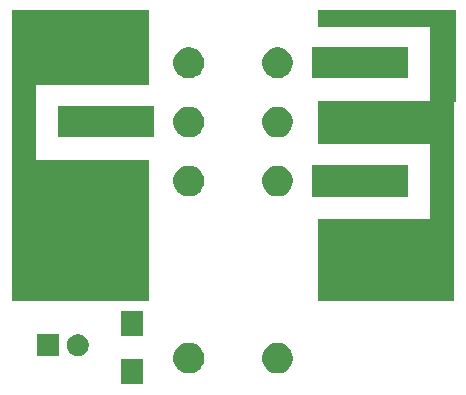
<source format=gbr>
%TF.GenerationSoftware,KiCad,Pcbnew,(5.1.4)-1*%
%TF.CreationDate,2020-02-28T23:00:37+08:00*%
%TF.ProjectId,Relay,52656c61-792e-46b6-9963-61645f706362,rev?*%
%TF.SameCoordinates,Original*%
%TF.FileFunction,Soldermask,Top*%
%TF.FilePolarity,Negative*%
%FSLAX46Y46*%
G04 Gerber Fmt 4.6, Leading zero omitted, Abs format (unit mm)*
G04 Created by KiCad (PCBNEW (5.1.4)-1) date 2020-02-28 23:00:37*
%MOMM*%
%LPD*%
G04 APERTURE LIST*
%ADD10C,0.100000*%
%ADD11C,0.350000*%
G04 APERTURE END LIST*
D10*
G36*
X102500000Y-47200000D02*
G01*
X100400000Y-47200000D01*
X100400000Y-40900000D01*
X90900000Y-40900000D01*
X90900000Y-39500000D01*
X102500000Y-39500000D01*
X102500000Y-47200000D01*
G37*
X102500000Y-47200000D02*
X100400000Y-47200000D01*
X100400000Y-40900000D01*
X90900000Y-40900000D01*
X90900000Y-39500000D01*
X102500000Y-39500000D01*
X102500000Y-47200000D01*
G36*
X102400000Y-64100000D02*
G01*
X90900000Y-64100000D01*
X90900000Y-57200000D01*
X100400000Y-57200000D01*
X100400000Y-50800000D01*
X90900000Y-50800000D01*
X90900000Y-47200000D01*
X102400000Y-47200000D01*
X102400000Y-64100000D01*
G37*
X102400000Y-64100000D02*
X90900000Y-64100000D01*
X90900000Y-57200000D01*
X100400000Y-57200000D01*
X100400000Y-50800000D01*
X90900000Y-50800000D01*
X90900000Y-47200000D01*
X102400000Y-47200000D01*
X102400000Y-64100000D01*
G36*
X76500000Y-45800000D02*
G01*
X67000000Y-45800000D01*
X67000000Y-52200000D01*
X76500000Y-52200000D01*
X76500000Y-64100000D01*
X65000000Y-64100000D01*
X65000000Y-39500000D01*
X76500000Y-39500000D01*
X76500000Y-45800000D01*
G37*
X76500000Y-45800000D02*
X67000000Y-45800000D01*
X67000000Y-52200000D01*
X76500000Y-52200000D01*
X76500000Y-64100000D01*
X65000000Y-64100000D01*
X65000000Y-39500000D01*
X76500000Y-39500000D01*
X76500000Y-45800000D01*
D11*
G36*
X76151000Y-71151000D02*
G01*
X74249000Y-71151000D01*
X74249000Y-69049000D01*
X76151000Y-69049000D01*
X76151000Y-71151000D01*
X76151000Y-71151000D01*
G37*
G36*
X87879487Y-67748996D02*
G01*
X88116253Y-67847068D01*
X88116255Y-67847069D01*
X88329339Y-67989447D01*
X88510553Y-68170661D01*
X88652932Y-68383747D01*
X88751004Y-68620513D01*
X88801000Y-68871861D01*
X88801000Y-69128139D01*
X88751004Y-69379487D01*
X88652932Y-69616253D01*
X88652931Y-69616255D01*
X88510553Y-69829339D01*
X88329339Y-70010553D01*
X88116255Y-70152931D01*
X88116254Y-70152932D01*
X88116253Y-70152932D01*
X87879487Y-70251004D01*
X87628139Y-70301000D01*
X87371861Y-70301000D01*
X87120513Y-70251004D01*
X86883747Y-70152932D01*
X86883746Y-70152932D01*
X86883745Y-70152931D01*
X86670661Y-70010553D01*
X86489447Y-69829339D01*
X86347069Y-69616255D01*
X86347068Y-69616253D01*
X86248996Y-69379487D01*
X86199000Y-69128139D01*
X86199000Y-68871861D01*
X86248996Y-68620513D01*
X86347068Y-68383747D01*
X86489447Y-68170661D01*
X86670661Y-67989447D01*
X86883745Y-67847069D01*
X86883747Y-67847068D01*
X87120513Y-67748996D01*
X87371861Y-67699000D01*
X87628139Y-67699000D01*
X87879487Y-67748996D01*
X87879487Y-67748996D01*
G37*
G36*
X80379487Y-67748996D02*
G01*
X80616253Y-67847068D01*
X80616255Y-67847069D01*
X80829339Y-67989447D01*
X81010553Y-68170661D01*
X81152932Y-68383747D01*
X81251004Y-68620513D01*
X81301000Y-68871861D01*
X81301000Y-69128139D01*
X81251004Y-69379487D01*
X81152932Y-69616253D01*
X81152931Y-69616255D01*
X81010553Y-69829339D01*
X80829339Y-70010553D01*
X80616255Y-70152931D01*
X80616254Y-70152932D01*
X80616253Y-70152932D01*
X80379487Y-70251004D01*
X80128139Y-70301000D01*
X79871861Y-70301000D01*
X79620513Y-70251004D01*
X79383747Y-70152932D01*
X79383746Y-70152932D01*
X79383745Y-70152931D01*
X79170661Y-70010553D01*
X78989447Y-69829339D01*
X78847069Y-69616255D01*
X78847068Y-69616253D01*
X78748996Y-69379487D01*
X78699000Y-69128139D01*
X78699000Y-68871861D01*
X78748996Y-68620513D01*
X78847068Y-68383747D01*
X78989447Y-68170661D01*
X79170661Y-67989447D01*
X79383745Y-67847069D01*
X79383747Y-67847068D01*
X79620513Y-67748996D01*
X79871861Y-67699000D01*
X80128139Y-67699000D01*
X80379487Y-67748996D01*
X80379487Y-67748996D01*
G37*
G36*
X70870104Y-67009585D02*
G01*
X71038626Y-67079389D01*
X71190291Y-67180728D01*
X71319272Y-67309709D01*
X71420611Y-67461374D01*
X71490415Y-67629896D01*
X71526000Y-67808797D01*
X71526000Y-67991203D01*
X71490415Y-68170104D01*
X71420611Y-68338626D01*
X71319272Y-68490291D01*
X71190291Y-68619272D01*
X71038626Y-68720611D01*
X70870104Y-68790415D01*
X70691203Y-68826000D01*
X70508797Y-68826000D01*
X70329896Y-68790415D01*
X70161374Y-68720611D01*
X70009709Y-68619272D01*
X69880728Y-68490291D01*
X69779389Y-68338626D01*
X69709585Y-68170104D01*
X69674000Y-67991203D01*
X69674000Y-67808797D01*
X69709585Y-67629896D01*
X69779389Y-67461374D01*
X69880728Y-67309709D01*
X70009709Y-67180728D01*
X70161374Y-67079389D01*
X70329896Y-67009585D01*
X70508797Y-66974000D01*
X70691203Y-66974000D01*
X70870104Y-67009585D01*
X70870104Y-67009585D01*
G37*
G36*
X69026000Y-68826000D02*
G01*
X67174000Y-68826000D01*
X67174000Y-66974000D01*
X69026000Y-66974000D01*
X69026000Y-68826000D01*
X69026000Y-68826000D01*
G37*
G36*
X76151000Y-67151000D02*
G01*
X74249000Y-67151000D01*
X74249000Y-65049000D01*
X76151000Y-65049000D01*
X76151000Y-67151000D01*
X76151000Y-67151000D01*
G37*
G36*
X96389943Y-58066248D02*
G01*
X96945189Y-58296238D01*
X97117497Y-58411371D01*
X97444899Y-58630134D01*
X97869866Y-59055101D01*
X97869867Y-59055103D01*
X98203762Y-59554811D01*
X98433752Y-60110057D01*
X98551000Y-60699501D01*
X98551000Y-61300499D01*
X98433752Y-61889943D01*
X98203762Y-62445189D01*
X98141872Y-62537814D01*
X97869866Y-62944899D01*
X97444899Y-63369866D01*
X97370736Y-63419420D01*
X96945189Y-63703762D01*
X96389943Y-63933752D01*
X95800499Y-64051000D01*
X95199501Y-64051000D01*
X94610057Y-63933752D01*
X94054811Y-63703762D01*
X93629264Y-63419420D01*
X93555101Y-63369866D01*
X93130134Y-62944899D01*
X92858128Y-62537814D01*
X92796238Y-62445189D01*
X92566248Y-61889943D01*
X92449000Y-61300499D01*
X92449000Y-60699501D01*
X92566248Y-60110057D01*
X92796238Y-59554811D01*
X93130133Y-59055103D01*
X93130134Y-59055101D01*
X93555101Y-58630134D01*
X93882503Y-58411371D01*
X94054811Y-58296238D01*
X94610057Y-58066248D01*
X95199501Y-57949000D01*
X95800499Y-57949000D01*
X96389943Y-58066248D01*
X96389943Y-58066248D01*
G37*
G36*
X72889943Y-58066248D02*
G01*
X73445189Y-58296238D01*
X73617497Y-58411371D01*
X73944899Y-58630134D01*
X74369866Y-59055101D01*
X74369867Y-59055103D01*
X74703762Y-59554811D01*
X74933752Y-60110057D01*
X75051000Y-60699501D01*
X75051000Y-61300499D01*
X74933752Y-61889943D01*
X74703762Y-62445189D01*
X74641872Y-62537814D01*
X74369866Y-62944899D01*
X73944899Y-63369866D01*
X73870736Y-63419420D01*
X73445189Y-63703762D01*
X72889943Y-63933752D01*
X72300499Y-64051000D01*
X71699501Y-64051000D01*
X71110057Y-63933752D01*
X70554811Y-63703762D01*
X70129264Y-63419420D01*
X70055101Y-63369866D01*
X69630134Y-62944899D01*
X69358128Y-62537814D01*
X69296238Y-62445189D01*
X69066248Y-61889943D01*
X68949000Y-61300499D01*
X68949000Y-60699501D01*
X69066248Y-60110057D01*
X69296238Y-59554811D01*
X69630133Y-59055103D01*
X69630134Y-59055101D01*
X70055101Y-58630134D01*
X70382503Y-58411371D01*
X70554811Y-58296238D01*
X71110057Y-58066248D01*
X71699501Y-57949000D01*
X72300499Y-57949000D01*
X72889943Y-58066248D01*
X72889943Y-58066248D01*
G37*
G36*
X98551000Y-55321000D02*
G01*
X90449000Y-55321000D01*
X90449000Y-52679000D01*
X98551000Y-52679000D01*
X98551000Y-55321000D01*
X98551000Y-55321000D01*
G37*
G36*
X87879487Y-52748996D02*
G01*
X88116253Y-52847068D01*
X88116255Y-52847069D01*
X88329339Y-52989447D01*
X88510553Y-53170661D01*
X88652932Y-53383747D01*
X88751004Y-53620513D01*
X88801000Y-53871861D01*
X88801000Y-54128139D01*
X88751004Y-54379487D01*
X88652932Y-54616253D01*
X88652931Y-54616255D01*
X88510553Y-54829339D01*
X88329339Y-55010553D01*
X88116255Y-55152931D01*
X88116254Y-55152932D01*
X88116253Y-55152932D01*
X87879487Y-55251004D01*
X87628139Y-55301000D01*
X87371861Y-55301000D01*
X87120513Y-55251004D01*
X86883747Y-55152932D01*
X86883746Y-55152932D01*
X86883745Y-55152931D01*
X86670661Y-55010553D01*
X86489447Y-54829339D01*
X86347069Y-54616255D01*
X86347068Y-54616253D01*
X86248996Y-54379487D01*
X86199000Y-54128139D01*
X86199000Y-53871861D01*
X86248996Y-53620513D01*
X86347068Y-53383747D01*
X86489447Y-53170661D01*
X86670661Y-52989447D01*
X86883745Y-52847069D01*
X86883747Y-52847068D01*
X87120513Y-52748996D01*
X87371861Y-52699000D01*
X87628139Y-52699000D01*
X87879487Y-52748996D01*
X87879487Y-52748996D01*
G37*
G36*
X80379487Y-52748996D02*
G01*
X80616253Y-52847068D01*
X80616255Y-52847069D01*
X80829339Y-52989447D01*
X81010553Y-53170661D01*
X81152932Y-53383747D01*
X81251004Y-53620513D01*
X81301000Y-53871861D01*
X81301000Y-54128139D01*
X81251004Y-54379487D01*
X81152932Y-54616253D01*
X81152931Y-54616255D01*
X81010553Y-54829339D01*
X80829339Y-55010553D01*
X80616255Y-55152931D01*
X80616254Y-55152932D01*
X80616253Y-55152932D01*
X80379487Y-55251004D01*
X80128139Y-55301000D01*
X79871861Y-55301000D01*
X79620513Y-55251004D01*
X79383747Y-55152932D01*
X79383746Y-55152932D01*
X79383745Y-55152931D01*
X79170661Y-55010553D01*
X78989447Y-54829339D01*
X78847069Y-54616255D01*
X78847068Y-54616253D01*
X78748996Y-54379487D01*
X78699000Y-54128139D01*
X78699000Y-53871861D01*
X78748996Y-53620513D01*
X78847068Y-53383747D01*
X78989447Y-53170661D01*
X79170661Y-52989447D01*
X79383745Y-52847069D01*
X79383747Y-52847068D01*
X79620513Y-52748996D01*
X79871861Y-52699000D01*
X80128139Y-52699000D01*
X80379487Y-52748996D01*
X80379487Y-52748996D01*
G37*
G36*
X77051000Y-50321000D02*
G01*
X68949000Y-50321000D01*
X68949000Y-47679000D01*
X77051000Y-47679000D01*
X77051000Y-50321000D01*
X77051000Y-50321000D01*
G37*
G36*
X80379487Y-47748996D02*
G01*
X80616253Y-47847068D01*
X80616255Y-47847069D01*
X80829339Y-47989447D01*
X81010553Y-48170661D01*
X81152932Y-48383747D01*
X81251004Y-48620513D01*
X81301000Y-48871861D01*
X81301000Y-49128139D01*
X81251004Y-49379487D01*
X81152932Y-49616253D01*
X81152931Y-49616255D01*
X81010553Y-49829339D01*
X80829339Y-50010553D01*
X80616255Y-50152931D01*
X80616254Y-50152932D01*
X80616253Y-50152932D01*
X80379487Y-50251004D01*
X80128139Y-50301000D01*
X79871861Y-50301000D01*
X79620513Y-50251004D01*
X79383747Y-50152932D01*
X79383746Y-50152932D01*
X79383745Y-50152931D01*
X79170661Y-50010553D01*
X78989447Y-49829339D01*
X78847069Y-49616255D01*
X78847068Y-49616253D01*
X78748996Y-49379487D01*
X78699000Y-49128139D01*
X78699000Y-48871861D01*
X78748996Y-48620513D01*
X78847068Y-48383747D01*
X78989447Y-48170661D01*
X79170661Y-47989447D01*
X79383745Y-47847069D01*
X79383747Y-47847068D01*
X79620513Y-47748996D01*
X79871861Y-47699000D01*
X80128139Y-47699000D01*
X80379487Y-47748996D01*
X80379487Y-47748996D01*
G37*
G36*
X87879487Y-47748996D02*
G01*
X88116253Y-47847068D01*
X88116255Y-47847069D01*
X88329339Y-47989447D01*
X88510553Y-48170661D01*
X88652932Y-48383747D01*
X88751004Y-48620513D01*
X88801000Y-48871861D01*
X88801000Y-49128139D01*
X88751004Y-49379487D01*
X88652932Y-49616253D01*
X88652931Y-49616255D01*
X88510553Y-49829339D01*
X88329339Y-50010553D01*
X88116255Y-50152931D01*
X88116254Y-50152932D01*
X88116253Y-50152932D01*
X87879487Y-50251004D01*
X87628139Y-50301000D01*
X87371861Y-50301000D01*
X87120513Y-50251004D01*
X86883747Y-50152932D01*
X86883746Y-50152932D01*
X86883745Y-50152931D01*
X86670661Y-50010553D01*
X86489447Y-49829339D01*
X86347069Y-49616255D01*
X86347068Y-49616253D01*
X86248996Y-49379487D01*
X86199000Y-49128139D01*
X86199000Y-48871861D01*
X86248996Y-48620513D01*
X86347068Y-48383747D01*
X86489447Y-48170661D01*
X86670661Y-47989447D01*
X86883745Y-47847069D01*
X86883747Y-47847068D01*
X87120513Y-47748996D01*
X87371861Y-47699000D01*
X87628139Y-47699000D01*
X87879487Y-47748996D01*
X87879487Y-47748996D01*
G37*
G36*
X98551000Y-45321000D02*
G01*
X90449000Y-45321000D01*
X90449000Y-42679000D01*
X98551000Y-42679000D01*
X98551000Y-45321000D01*
X98551000Y-45321000D01*
G37*
G36*
X80379487Y-42748996D02*
G01*
X80616253Y-42847068D01*
X80616255Y-42847069D01*
X80829339Y-42989447D01*
X81010553Y-43170661D01*
X81152932Y-43383747D01*
X81251004Y-43620513D01*
X81301000Y-43871861D01*
X81301000Y-44128139D01*
X81251004Y-44379487D01*
X81152932Y-44616253D01*
X81152931Y-44616255D01*
X81010553Y-44829339D01*
X80829339Y-45010553D01*
X80616255Y-45152931D01*
X80616254Y-45152932D01*
X80616253Y-45152932D01*
X80379487Y-45251004D01*
X80128139Y-45301000D01*
X79871861Y-45301000D01*
X79620513Y-45251004D01*
X79383747Y-45152932D01*
X79383746Y-45152932D01*
X79383745Y-45152931D01*
X79170661Y-45010553D01*
X78989447Y-44829339D01*
X78847069Y-44616255D01*
X78847068Y-44616253D01*
X78748996Y-44379487D01*
X78699000Y-44128139D01*
X78699000Y-43871861D01*
X78748996Y-43620513D01*
X78847068Y-43383747D01*
X78989447Y-43170661D01*
X79170661Y-42989447D01*
X79383745Y-42847069D01*
X79383747Y-42847068D01*
X79620513Y-42748996D01*
X79871861Y-42699000D01*
X80128139Y-42699000D01*
X80379487Y-42748996D01*
X80379487Y-42748996D01*
G37*
G36*
X87879487Y-42748996D02*
G01*
X88116253Y-42847068D01*
X88116255Y-42847069D01*
X88329339Y-42989447D01*
X88510553Y-43170661D01*
X88652932Y-43383747D01*
X88751004Y-43620513D01*
X88801000Y-43871861D01*
X88801000Y-44128139D01*
X88751004Y-44379487D01*
X88652932Y-44616253D01*
X88652931Y-44616255D01*
X88510553Y-44829339D01*
X88329339Y-45010553D01*
X88116255Y-45152931D01*
X88116254Y-45152932D01*
X88116253Y-45152932D01*
X87879487Y-45251004D01*
X87628139Y-45301000D01*
X87371861Y-45301000D01*
X87120513Y-45251004D01*
X86883747Y-45152932D01*
X86883746Y-45152932D01*
X86883745Y-45152931D01*
X86670661Y-45010553D01*
X86489447Y-44829339D01*
X86347069Y-44616255D01*
X86347068Y-44616253D01*
X86248996Y-44379487D01*
X86199000Y-44128139D01*
X86199000Y-43871861D01*
X86248996Y-43620513D01*
X86347068Y-43383747D01*
X86489447Y-43170661D01*
X86670661Y-42989447D01*
X86883745Y-42847069D01*
X86883747Y-42847068D01*
X87120513Y-42748996D01*
X87371861Y-42699000D01*
X87628139Y-42699000D01*
X87879487Y-42748996D01*
X87879487Y-42748996D01*
G37*
M02*

</source>
